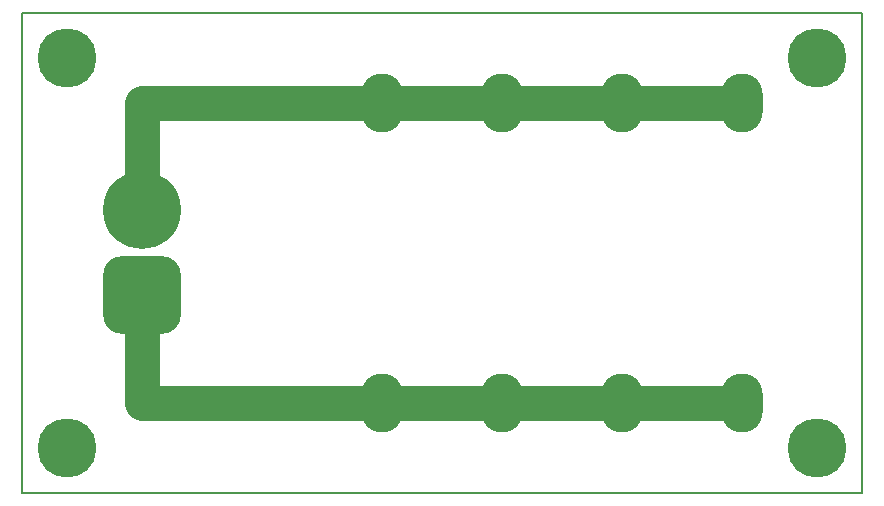
<source format=gbr>
%TF.GenerationSoftware,KiCad,Pcbnew,(6.0.8)*%
%TF.CreationDate,2022-12-18T03:28:43+02:00*%
%TF.ProjectId,shunt,7368756e-742e-46b6-9963-61645f706362,rev?*%
%TF.SameCoordinates,Original*%
%TF.FileFunction,Copper,L1,Top*%
%TF.FilePolarity,Positive*%
%FSLAX46Y46*%
G04 Gerber Fmt 4.6, Leading zero omitted, Abs format (unit mm)*
G04 Created by KiCad (PCBNEW (6.0.8)) date 2022-12-18 03:28:43*
%MOMM*%
%LPD*%
G01*
G04 APERTURE LIST*
G04 Aperture macros list*
%AMRoundRect*
0 Rectangle with rounded corners*
0 $1 Rounding radius*
0 $2 $3 $4 $5 $6 $7 $8 $9 X,Y pos of 4 corners*
0 Add a 4 corners polygon primitive as box body*
4,1,4,$2,$3,$4,$5,$6,$7,$8,$9,$2,$3,0*
0 Add four circle primitives for the rounded corners*
1,1,$1+$1,$2,$3*
1,1,$1+$1,$4,$5*
1,1,$1+$1,$6,$7*
1,1,$1+$1,$8,$9*
0 Add four rect primitives between the rounded corners*
20,1,$1+$1,$2,$3,$4,$5,0*
20,1,$1+$1,$4,$5,$6,$7,0*
20,1,$1+$1,$6,$7,$8,$9,0*
20,1,$1+$1,$8,$9,$2,$3,0*%
G04 Aperture macros list end*
%TA.AperFunction,NonConductor*%
%ADD10C,0.200000*%
%TD*%
%TA.AperFunction,ComponentPad*%
%ADD11O,3.500000X5.000000*%
%TD*%
%TA.AperFunction,ComponentPad*%
%ADD12RoundRect,1.650000X1.650000X-1.650000X1.650000X1.650000X-1.650000X1.650000X-1.650000X-1.650000X0*%
%TD*%
%TA.AperFunction,ComponentPad*%
%ADD13C,6.600000*%
%TD*%
%TA.AperFunction,ViaPad*%
%ADD14C,5.000000*%
%TD*%
%TA.AperFunction,Conductor*%
%ADD15C,3.000000*%
%TD*%
G04 APERTURE END LIST*
D10*
X12700000Y-12700000D02*
X83820000Y-12700000D01*
X83820000Y-12700000D02*
X83820000Y-53340000D01*
X83820000Y-53340000D02*
X12700000Y-53340000D01*
X12700000Y-53340000D02*
X12700000Y-12700000D01*
D11*
%TO.P,R2,1*%
%TO.N,Net-(J1-Pad1)*%
X73660000Y-45720000D03*
%TO.P,R2,2*%
%TO.N,Net-(J1-Pad2)*%
X73660000Y-20320000D03*
%TD*%
D12*
%TO.P,J1,1,Pin_1*%
%TO.N,Net-(J1-Pad1)*%
X22860000Y-36620000D03*
D13*
%TO.P,J1,2,Pin_2*%
%TO.N,Net-(J1-Pad2)*%
X22860000Y-29420000D03*
%TD*%
D11*
%TO.P,R3,1*%
%TO.N,Net-(J1-Pad1)*%
X53340000Y-45720000D03*
%TO.P,R3,2*%
%TO.N,Net-(J1-Pad2)*%
X53340000Y-20320000D03*
%TD*%
%TO.P,R1,1*%
%TO.N,Net-(J1-Pad1)*%
X43180000Y-45720000D03*
%TO.P,R1,2*%
%TO.N,Net-(J1-Pad2)*%
X43180000Y-20320000D03*
%TD*%
%TO.P,R4,1*%
%TO.N,Net-(J1-Pad1)*%
X63500000Y-45720000D03*
%TO.P,R4,5*%
%TO.N,Net-(J1-Pad2)*%
X63500000Y-20320000D03*
%TD*%
D14*
%TO.N,*%
X80010000Y-16510000D03*
X16510000Y-16510000D03*
X80010000Y-49530000D03*
X16510000Y-49530000D03*
%TD*%
D15*
%TO.N,Net-(J1-Pad1)*%
X22860000Y-45720000D02*
X22860000Y-36620000D01*
X43180000Y-45720000D02*
X22860000Y-45720000D01*
X53340000Y-45720000D02*
X63500000Y-45720000D01*
X63500000Y-45720000D02*
X73660000Y-45720000D01*
X43180000Y-45720000D02*
X53340000Y-45720000D01*
%TO.N,Net-(J1-Pad2)*%
X22860000Y-20320000D02*
X22860000Y-29420000D01*
X43180000Y-20320000D02*
X22860000Y-20320000D01*
X63500000Y-20320000D02*
X73660000Y-20320000D01*
X53340000Y-20320000D02*
X63500000Y-20320000D01*
X43180000Y-20320000D02*
X53340000Y-20320000D01*
%TD*%
M02*

</source>
